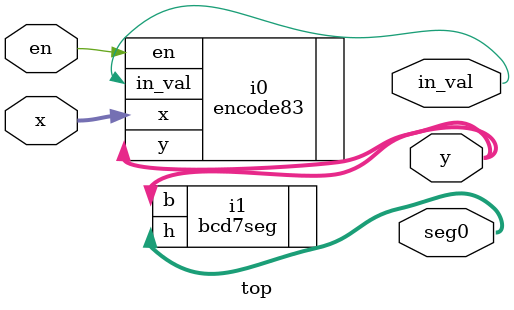
<source format=v>
module top(
    input  [7:0]  x,
    input         en,
    output [2:0]  y,
    output        in_val,
    output [7:0]  seg0
);

    encode83 i0 (
        .x(x),
        .en(en),
        .y(y),
        .in_val(in_val)
    );

    wire [2:0] enc2seg;

    bcd7seg i1 (
        .b(y),
        .h(seg0)
    );

endmodule


</source>
